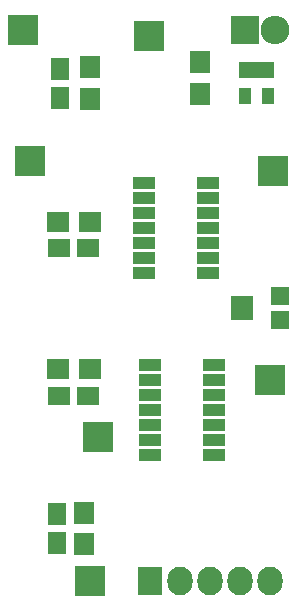
<source format=gts>
G04 #@! TF.FileFunction,Soldermask,Top*
%FSLAX46Y46*%
G04 Gerber Fmt 4.6, Leading zero omitted, Abs format (unit mm)*
G04 Created by KiCad (PCBNEW 4.0.2-stable) date Tuesday, December 20, 2016 'PMt' 03:21:04 PM*
%MOMM*%
G01*
G04 APERTURE LIST*
%ADD10C,0.100000*%
%ADD11R,1.650000X1.900000*%
%ADD12R,1.900000X1.650000*%
%ADD13R,1.700000X1.900000*%
%ADD14R,1.900000X1.700000*%
%ADD15R,1.050000X1.460000*%
%ADD16R,1.900000X1.000000*%
%ADD17R,1.600000X1.600000*%
%ADD18R,1.900000X2.000000*%
%ADD19R,2.127200X2.432000*%
%ADD20O,2.127200X2.432000*%
%ADD21R,2.635200X2.635200*%
%ADD22R,2.432000X2.432000*%
%ADD23O,2.432000X2.432000*%
G04 APERTURE END LIST*
D10*
D11*
X135788400Y-71063800D03*
X135788400Y-73563800D03*
D12*
X138156000Y-86233000D03*
X135656000Y-86233000D03*
X138156000Y-98806000D03*
X135656000Y-98806000D03*
D11*
X135496300Y-108744700D03*
X135496300Y-111244700D03*
D13*
X147574000Y-73232000D03*
X147574000Y-70532000D03*
X138303000Y-70938400D03*
X138303000Y-73638400D03*
D14*
X138256000Y-84074000D03*
X135556000Y-84074000D03*
X138256000Y-96520000D03*
X135556000Y-96520000D03*
D13*
X137782300Y-108644700D03*
X137782300Y-111344700D03*
D15*
X153324600Y-71137600D03*
X152374600Y-71137600D03*
X151424600Y-71137600D03*
X151424600Y-73337600D03*
X153324600Y-73337600D03*
D16*
X142842000Y-80772000D03*
X142842000Y-82042000D03*
X142842000Y-83312000D03*
X142842000Y-84582000D03*
X142842000Y-85852000D03*
X142842000Y-87122000D03*
X142842000Y-88392000D03*
X148242000Y-88392000D03*
X148242000Y-87122000D03*
X148242000Y-85852000D03*
X148242000Y-84582000D03*
X148242000Y-83312000D03*
X148242000Y-82042000D03*
X148242000Y-80772000D03*
X148750000Y-103759000D03*
X148750000Y-102489000D03*
X148750000Y-101219000D03*
X148750000Y-99949000D03*
X148750000Y-98679000D03*
X148750000Y-97409000D03*
X148750000Y-96139000D03*
X143350000Y-96139000D03*
X143350000Y-97409000D03*
X143350000Y-98679000D03*
X143350000Y-99949000D03*
X143350000Y-101219000D03*
X143350000Y-102489000D03*
X143350000Y-103759000D03*
D17*
X154381000Y-90313000D03*
X154381000Y-92313000D03*
D18*
X151131000Y-91313000D03*
D19*
X143383000Y-114427000D03*
D20*
X145923000Y-114427000D03*
X148463000Y-114427000D03*
X151003000Y-114427000D03*
X153543000Y-114427000D03*
D21*
X132588000Y-67818000D03*
X133223000Y-78867000D03*
X138938000Y-102235000D03*
X138303000Y-114427000D03*
D22*
X151384000Y-67818000D03*
D23*
X153924000Y-67818000D03*
D21*
X153797000Y-79756000D03*
X143256000Y-68326000D03*
X153543000Y-97409000D03*
M02*

</source>
